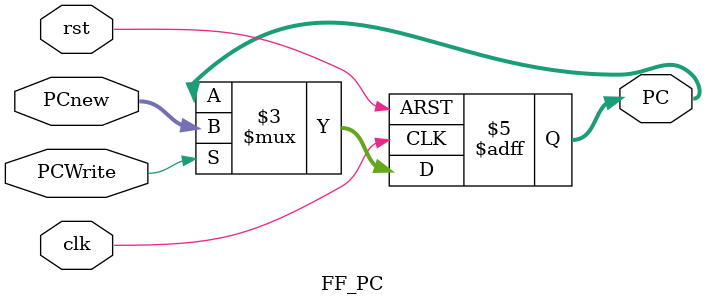
<source format=v>
module FF_PC(input clk, rst, PCWrite, input [7:0] PCnew, output reg [7:0] PC);

always @(posedge clk or negedge rst) begin
		if (!rst) begin
			PC <= 8'b00000000;
			end
		else if (PCWrite) begin
			PC <= PCnew;
			end
		end
endmodule

</source>
